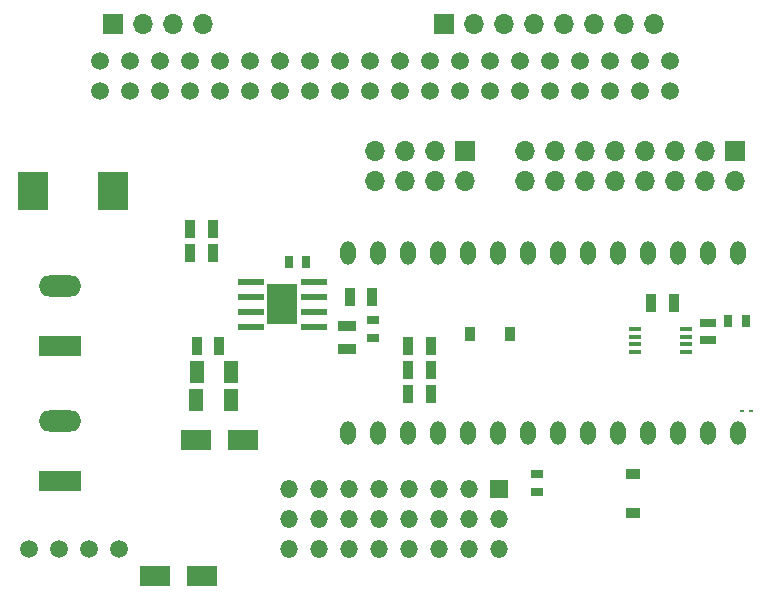
<source format=gbs>
G04 #@! TF.FileFunction,Soldermask,Bot*
%FSLAX45Y45*%
G04 Gerber Fmt 4.5, Leading zero omitted, Abs format (unit mm)*
G04 Created by KiCad (PCBNEW 4.0.7-e2-6376~58~ubuntu17.04.1) date Thu Feb 22 21:40:24 2018*
%MOMM*%
%LPD*%
G01*
G04 APERTURE LIST*
%ADD10C,0.100000*%
%ADD11R,1.700000X1.700000*%
%ADD12O,1.700000X1.700000*%
%ADD13C,1.500000*%
%ADD14R,0.901700X1.501140*%
%ADD15R,1.153160X1.851660*%
%ADD16R,1.501140X0.901700*%
%ADD17R,1.102360X0.802640*%
%ADD18R,0.848360X1.198880*%
%ADD19R,3.600000X1.800000*%
%ADD20O,3.600000X1.800000*%
%ADD21R,1.500000X1.500000*%
%ADD22O,1.500000X1.500000*%
%ADD23R,0.952500X1.551940*%
%ADD24R,0.802640X1.102360*%
%ADD25O,1.300000X2.000000*%
%ADD26R,2.200000X0.600000*%
%ADD27R,2.500000X3.500000*%
%ADD28R,1.400000X0.700000*%
%ADD29R,1.198880X0.848360*%
%ADD30R,1.100000X0.400000*%
%ADD31R,0.360000X0.250000*%
%ADD32R,2.500000X1.800000*%
%ADD33R,2.500000X3.300000*%
%ADD34C,1.506220*%
G04 APERTURE END LIST*
D10*
D11*
X11252200Y-5905500D03*
D12*
X11506200Y-5905500D03*
X11760200Y-5905500D03*
X12014200Y-5905500D03*
X12268200Y-5905500D03*
X12522200Y-5905500D03*
X12776200Y-5905500D03*
X13030200Y-5905500D03*
D11*
X8445500Y-5905500D03*
D12*
X8699500Y-5905500D03*
X8953500Y-5905500D03*
X9207500Y-5905500D03*
D13*
X8337000Y-6477000D03*
X8337000Y-6223000D03*
X8591000Y-6477000D03*
X8591000Y-6223000D03*
X8845000Y-6477000D03*
X8845000Y-6223000D03*
X9099000Y-6477000D03*
X9099000Y-6223000D03*
X9353000Y-6477000D03*
X9353000Y-6223000D03*
X9607000Y-6477000D03*
X9607000Y-6223000D03*
X9861000Y-6477000D03*
X9861000Y-6223000D03*
X10115000Y-6477000D03*
X10115000Y-6223000D03*
X10369000Y-6477000D03*
X10369000Y-6223000D03*
X10623000Y-6477000D03*
X10623000Y-6223000D03*
X10877000Y-6477000D03*
X10877000Y-6223000D03*
X11131000Y-6477000D03*
X11131000Y-6223000D03*
X11385000Y-6477000D03*
X11385000Y-6223000D03*
X11639000Y-6477000D03*
X11639000Y-6223000D03*
X11893000Y-6477000D03*
X11893000Y-6223000D03*
X12147000Y-6477000D03*
X12147000Y-6223000D03*
X12401000Y-6477000D03*
X12401000Y-6223000D03*
X12655000Y-6477000D03*
X12655000Y-6223000D03*
X12909000Y-6477000D03*
X12909000Y-6223000D03*
X13163000Y-6477000D03*
X13163000Y-6223000D03*
D14*
X11137646Y-8832850D03*
X10947654Y-8832850D03*
X9346946Y-8636000D03*
X9156954Y-8636000D03*
D15*
X9441180Y-9093200D03*
X9151620Y-9093200D03*
X9444780Y-8850000D03*
X9155220Y-8850000D03*
D16*
X10430000Y-8465004D03*
X10430000Y-8654996D03*
D17*
X10648950Y-8415020D03*
X10648950Y-8564880D03*
D14*
X9099804Y-7842250D03*
X9289796Y-7842250D03*
X9099804Y-7639050D03*
X9289796Y-7639050D03*
D18*
X11472614Y-8530000D03*
X11807386Y-8530000D03*
D19*
X8001000Y-8636000D03*
D20*
X8001000Y-8128000D03*
D19*
X8001000Y-9779000D03*
D20*
X8001000Y-9271000D03*
D11*
X13716000Y-6985000D03*
D12*
X13716000Y-7239000D03*
X13462000Y-6985000D03*
X13462000Y-7239000D03*
X13208000Y-6985000D03*
X13208000Y-7239000D03*
X12954000Y-6985000D03*
X12954000Y-7239000D03*
X12700000Y-6985000D03*
X12700000Y-7239000D03*
X12446000Y-6985000D03*
X12446000Y-7239000D03*
X12192000Y-6985000D03*
X12192000Y-7239000D03*
X11938000Y-6985000D03*
X11938000Y-7239000D03*
D11*
X11430000Y-6985000D03*
D12*
X11430000Y-7239000D03*
X11176000Y-6985000D03*
X11176000Y-7239000D03*
X10922000Y-6985000D03*
X10922000Y-7239000D03*
X10668000Y-6985000D03*
X10668000Y-7239000D03*
D21*
X11716000Y-9846000D03*
D22*
X11462000Y-9846000D03*
X11208000Y-9846000D03*
X10954000Y-9846000D03*
X10700000Y-9846000D03*
X10446000Y-9846000D03*
X10192000Y-9846000D03*
X9938000Y-9846000D03*
X11716000Y-10100000D03*
X11462000Y-10100000D03*
X11208000Y-10100000D03*
X10954000Y-10100000D03*
X10700000Y-10100000D03*
X10446000Y-10100000D03*
X10192000Y-10100000D03*
X9938000Y-10100000D03*
X11716000Y-10354000D03*
X11462000Y-10354000D03*
X11208000Y-10354000D03*
X10954000Y-10354000D03*
X10700000Y-10354000D03*
X10446000Y-10354000D03*
X10192000Y-10354000D03*
X9938000Y-10354000D03*
D23*
X10947654Y-9036050D03*
X11137646Y-9036050D03*
X11137646Y-8629650D03*
X10947654Y-8629650D03*
D24*
X9932670Y-7918450D03*
X10082530Y-7918450D03*
D23*
X10642346Y-8216900D03*
X10452354Y-8216900D03*
D25*
X13741000Y-9372000D03*
X13741000Y-7848000D03*
X13487000Y-9372000D03*
X13487000Y-7848000D03*
X13233000Y-9372000D03*
X13233000Y-7848000D03*
X12979000Y-9372000D03*
X12979000Y-7848000D03*
X12725000Y-9372000D03*
X12725000Y-7848000D03*
X12471000Y-9372000D03*
X12471000Y-7848000D03*
X12217000Y-9372000D03*
X12217000Y-7848000D03*
X11963000Y-9372000D03*
X11963000Y-7848000D03*
X11709000Y-9372000D03*
X11709000Y-7848000D03*
X11455000Y-9372000D03*
X11455000Y-7848000D03*
X11201000Y-9372000D03*
X11201000Y-7848000D03*
X10947000Y-9372000D03*
X10947000Y-7848000D03*
X10693000Y-9372000D03*
X10693000Y-7848000D03*
X10439000Y-9372000D03*
X10439000Y-7848000D03*
D26*
X10150600Y-8470900D03*
X9610600Y-8470900D03*
X10150600Y-8343900D03*
X9610600Y-8343900D03*
X10150600Y-8216900D03*
X9610600Y-8216900D03*
X10150600Y-8089900D03*
X9610600Y-8089900D03*
D27*
X9880600Y-8280400D03*
D28*
X13487400Y-8584000D03*
X13487400Y-8434000D03*
D29*
X12846050Y-10047986D03*
X12846050Y-9713214D03*
D30*
X13296000Y-8487700D03*
X13296000Y-8552700D03*
X13296000Y-8617700D03*
X13296000Y-8682700D03*
X12866000Y-8682700D03*
X12866000Y-8617700D03*
X12866000Y-8552700D03*
X12866000Y-8487700D03*
D14*
X13005004Y-8270000D03*
X13194996Y-8270000D03*
D24*
X13655070Y-8420000D03*
X13804930Y-8420000D03*
D17*
X12040000Y-9864930D03*
X12040000Y-9715070D03*
D31*
X13768000Y-9180000D03*
X13852000Y-9180000D03*
D32*
X9150000Y-9430000D03*
X9550000Y-9430000D03*
X9200000Y-10580000D03*
X8800000Y-10580000D03*
D33*
X8450000Y-7320000D03*
X7770000Y-7320000D03*
D34*
X7739000Y-10350000D03*
X7993000Y-10350000D03*
X8247000Y-10350000D03*
X8501000Y-10350000D03*
M02*

</source>
